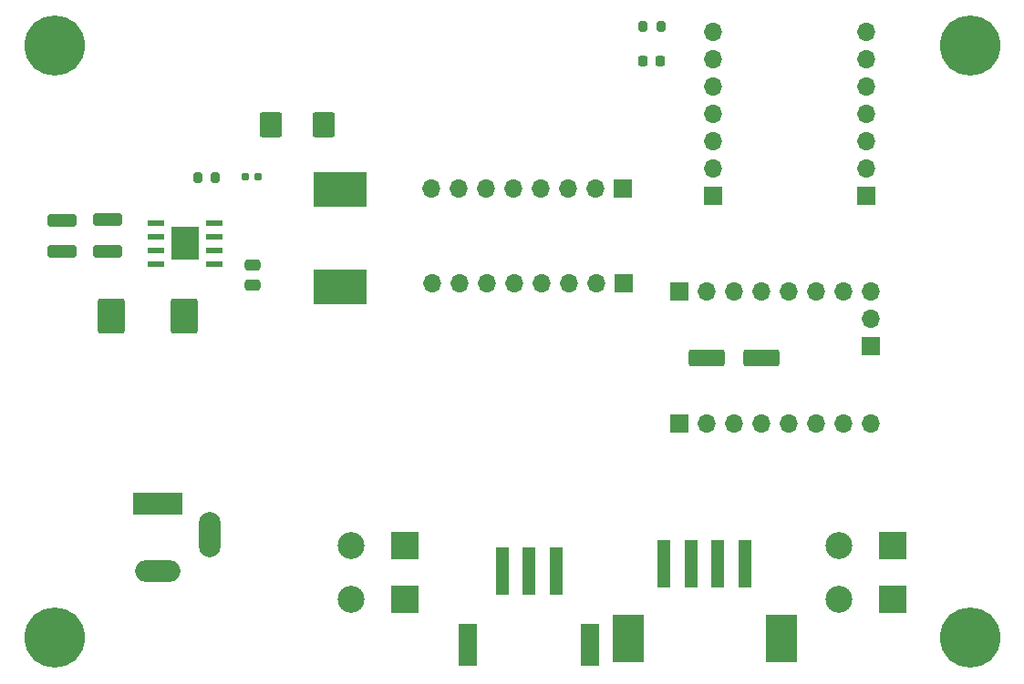
<source format=gbr>
%TF.GenerationSoftware,KiCad,Pcbnew,8.0.3*%
%TF.CreationDate,2024-07-18T15:34:31-04:00*%
%TF.ProjectId,DropGenPCB_FINAL,44726f70-4765-46e5-9043-425f46494e41,rev?*%
%TF.SameCoordinates,Original*%
%TF.FileFunction,Soldermask,Top*%
%TF.FilePolarity,Negative*%
%FSLAX46Y46*%
G04 Gerber Fmt 4.6, Leading zero omitted, Abs format (unit mm)*
G04 Created by KiCad (PCBNEW 8.0.3) date 2024-07-18 15:34:31*
%MOMM*%
%LPD*%
G01*
G04 APERTURE LIST*
G04 Aperture macros list*
%AMRoundRect*
0 Rectangle with rounded corners*
0 $1 Rounding radius*
0 $2 $3 $4 $5 $6 $7 $8 $9 X,Y pos of 4 corners*
0 Add a 4 corners polygon primitive as box body*
4,1,4,$2,$3,$4,$5,$6,$7,$8,$9,$2,$3,0*
0 Add four circle primitives for the rounded corners*
1,1,$1+$1,$2,$3*
1,1,$1+$1,$4,$5*
1,1,$1+$1,$6,$7*
1,1,$1+$1,$8,$9*
0 Add four rect primitives between the rounded corners*
20,1,$1+$1,$2,$3,$4,$5,0*
20,1,$1+$1,$4,$5,$6,$7,0*
20,1,$1+$1,$6,$7,$8,$9,0*
20,1,$1+$1,$8,$9,$2,$3,0*%
G04 Aperture macros list end*
%ADD10R,1.550000X0.600000*%
%ADD11R,2.600000X3.100000*%
%ADD12O,1.700000X1.700000*%
%ADD13R,1.700000X1.700000*%
%ADD14RoundRect,0.250000X0.475000X-0.250000X0.475000X0.250000X-0.475000X0.250000X-0.475000X-0.250000X0*%
%ADD15R,2.500000X2.500000*%
%ADD16C,2.500000*%
%ADD17RoundRect,0.218750X0.218750X0.256250X-0.218750X0.256250X-0.218750X-0.256250X0.218750X-0.256250X0*%
%ADD18C,5.600000*%
%ADD19RoundRect,0.250000X0.787500X0.925000X-0.787500X0.925000X-0.787500X-0.925000X0.787500X-0.925000X0*%
%ADD20R,1.300000X4.500000*%
%ADD21R,3.000000X4.500000*%
%ADD22RoundRect,0.200000X0.200000X0.275000X-0.200000X0.275000X-0.200000X-0.275000X0.200000X-0.275000X0*%
%ADD23RoundRect,0.250000X-1.100000X0.325000X-1.100000X-0.325000X1.100000X-0.325000X1.100000X0.325000X0*%
%ADD24R,4.600000X2.000000*%
%ADD25O,4.200000X2.000000*%
%ADD26O,2.000000X4.200000*%
%ADD27RoundRect,0.160000X0.197500X0.160000X-0.197500X0.160000X-0.197500X-0.160000X0.197500X-0.160000X0*%
%ADD28RoundRect,0.250000X1.000000X-1.400000X1.000000X1.400000X-1.000000X1.400000X-1.000000X-1.400000X0*%
%ADD29RoundRect,0.250000X1.412500X0.550000X-1.412500X0.550000X-1.412500X-0.550000X1.412500X-0.550000X0*%
%ADD30R,4.950000X3.175000*%
%ADD31R,1.800000X3.900000*%
G04 APERTURE END LIST*
D10*
%TO.C,U4*%
X77985600Y-117846100D03*
X77985600Y-116576100D03*
X77985600Y-115306100D03*
X77985600Y-114036100D03*
X72585600Y-114036100D03*
X72585600Y-115306100D03*
X72585600Y-116576100D03*
X72585600Y-117846100D03*
D11*
X75285600Y-115941100D03*
%TD*%
D12*
%TO.C,U1*%
X124311000Y-96294800D03*
X124311000Y-98834800D03*
X124311000Y-101374800D03*
X124311000Y-103914800D03*
X124311000Y-106454800D03*
X124311000Y-108994800D03*
D13*
X124311000Y-111534800D03*
X138535000Y-111534800D03*
D12*
X138535000Y-108994800D03*
X138535000Y-106454800D03*
X138535000Y-103914800D03*
X138535000Y-101374800D03*
X138535000Y-98834800D03*
X138535000Y-96294800D03*
%TD*%
D13*
%TO.C,U2*%
X121172400Y-132642100D03*
D12*
X123712400Y-132642100D03*
X126252400Y-132642100D03*
X128792400Y-132642100D03*
X131332400Y-132642100D03*
X133872400Y-132642100D03*
X136412400Y-132642100D03*
X138952400Y-132642100D03*
D13*
X138931200Y-125526700D03*
D12*
X138931200Y-122986700D03*
X138930400Y-120395900D03*
X136390400Y-120395900D03*
X133850400Y-120395900D03*
X131310400Y-120395900D03*
X128770400Y-120395900D03*
X126230400Y-120395900D03*
X123690400Y-120395900D03*
D13*
X121150400Y-120395900D03*
%TD*%
D14*
%TO.C,C3*%
X81508600Y-119812100D03*
X81508600Y-117912100D03*
%TD*%
D15*
%TO.C,J5*%
X95700000Y-149000000D03*
X95700000Y-144000000D03*
D16*
X90700000Y-149000000D03*
X90700000Y-144000000D03*
%TD*%
D15*
%TO.C,J4*%
X141000000Y-149000000D03*
X141000000Y-144000000D03*
D16*
X136000000Y-149000000D03*
X136000000Y-144000000D03*
%TD*%
D17*
%TO.C,D2*%
X119372500Y-99000000D03*
X117797500Y-99000000D03*
%TD*%
D18*
%TO.C,H4*%
X148144200Y-152583000D03*
%TD*%
D19*
%TO.C,C2*%
X88136700Y-104954600D03*
X83211700Y-104954600D03*
%TD*%
D20*
%TO.C,J2*%
X119750000Y-145687200D03*
X122250000Y-145687200D03*
X124750000Y-145687200D03*
X127250000Y-145687200D03*
D21*
X130600000Y-152687200D03*
X116400000Y-152687200D03*
%TD*%
D22*
%TO.C,R3*%
X119450000Y-95800000D03*
X117800000Y-95800000D03*
%TD*%
D23*
%TO.C,C5*%
X63855600Y-113766600D03*
X63855600Y-116716600D03*
%TD*%
D24*
%TO.C,J3*%
X72730600Y-140131800D03*
D25*
X72730600Y-146431800D03*
D26*
X77530600Y-143031800D03*
%TD*%
D27*
%TO.C,R1*%
X82029900Y-109780600D03*
X80834900Y-109780600D03*
%TD*%
D28*
%TO.C,D1*%
X68380400Y-122707400D03*
X75180400Y-122707400D03*
%TD*%
D18*
%TO.C,H3*%
X63144200Y-152583000D03*
%TD*%
%TO.C,H2*%
X63144200Y-97583000D03*
%TD*%
D22*
%TO.C,R2*%
X78091800Y-109806000D03*
X76441800Y-109806000D03*
%TD*%
D12*
%TO.C,U3*%
X98187200Y-119617800D03*
X100727200Y-119617800D03*
X103267200Y-119617800D03*
X105807200Y-119617800D03*
X108347200Y-119617800D03*
X110887200Y-119617800D03*
X113427200Y-119617800D03*
D13*
X115967200Y-119617800D03*
X115925600Y-110820200D03*
D12*
X113385600Y-110820200D03*
X110845600Y-110820200D03*
X108305600Y-110820200D03*
X105765600Y-110820200D03*
X103225600Y-110820200D03*
X100685600Y-110820200D03*
X98145600Y-110820200D03*
%TD*%
D29*
%TO.C,C1*%
X128775000Y-126600000D03*
X123700000Y-126600000D03*
%TD*%
D23*
%TO.C,C4*%
X68100000Y-113725000D03*
X68100000Y-116675000D03*
%TD*%
D30*
%TO.C,L1*%
X89687400Y-119966000D03*
X89687400Y-110951000D03*
%TD*%
D20*
%TO.C,J1*%
X104700000Y-146400000D03*
X107200000Y-146400000D03*
X109700000Y-146400000D03*
D31*
X101500000Y-153220000D03*
X112900000Y-153220000D03*
%TD*%
D18*
%TO.C,H1*%
X148144200Y-97583000D03*
%TD*%
M02*

</source>
